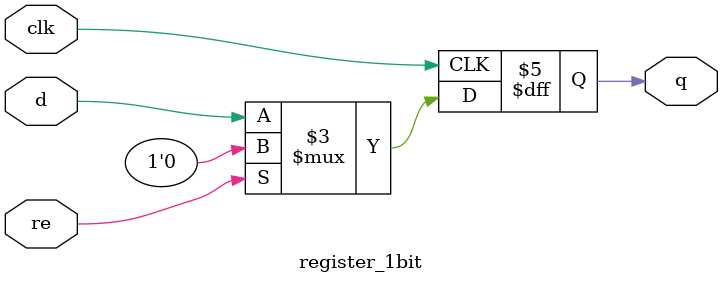
<source format=v>
module register_1bit (
    input wire d,
    input wire clk,
    input wire re, // Reset enable
    output reg q
);
    always @(posedge clk) begin
        if (re) // Reset has higher priority
            q <= 0;
        else    // Write to register only if reset is not active
            q <= d;
    end
endmodule
</source>
